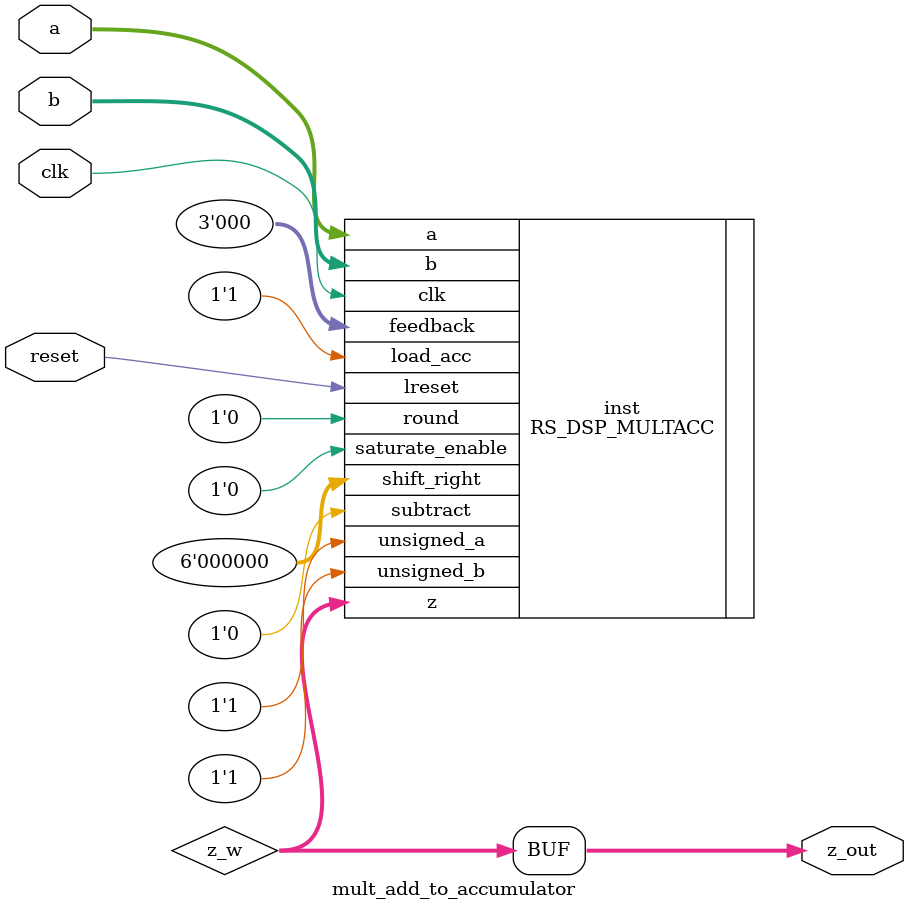
<source format=v>
module mult_add_to_accumulator (
	input  wire [19:0] a,
    input  wire [17:0] b,
	input wire clk, reset,
    output wire [37:0] z_out
    );

    parameter [79:0] MODE_BITS = 80'd0;
    
    wire [37:0] z_w;
	//wire reset;
	RS_DSP_MULTACC #(
    .MODE_BITS(80'h00000000000000000000)) 
        inst(.a(a), .b(b), .z(z_w), .clk(clk), .lreset(reset), .load_acc(1'b1) , .feedback(3'b0), 
        .unsigned_a(1'b1), .unsigned_b(1'b1), .saturate_enable(1'b0), .shift_right(6'b0), .round(1'b0), .subtract(1'b0));
	
    assign z_out = z_w;

endmodule
</source>
